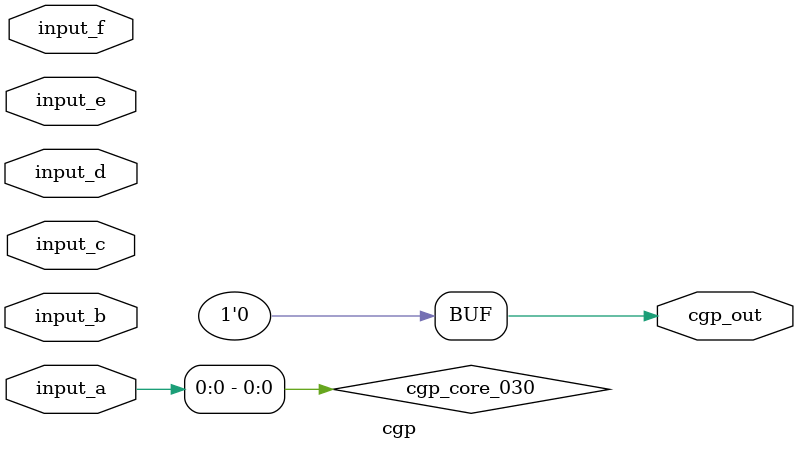
<source format=v>
module cgp(input [2:0] input_a, input [2:0] input_b, input [2:0] input_c, input [2:0] input_d, input [2:0] input_e, input [2:0] input_f, output [0:0] cgp_out);
  wire cgp_core_023;
  wire cgp_core_027;
  wire cgp_core_028;
  wire cgp_core_030;
  wire cgp_core_031;
  wire cgp_core_032;
  wire cgp_core_033;
  wire cgp_core_035;
  wire cgp_core_036_not;
  wire cgp_core_038;
  wire cgp_core_039;
  wire cgp_core_040;
  wire cgp_core_041;
  wire cgp_core_042;
  wire cgp_core_043;
  wire cgp_core_046;
  wire cgp_core_047;
  wire cgp_core_048;
  wire cgp_core_049;
  wire cgp_core_050;
  wire cgp_core_051;
  wire cgp_core_052;
  wire cgp_core_053;
  wire cgp_core_054;
  wire cgp_core_055;
  wire cgp_core_057;
  wire cgp_core_058_not;
  wire cgp_core_059;
  wire cgp_core_061;
  wire cgp_core_062;
  wire cgp_core_063;
  wire cgp_core_064;
  wire cgp_core_065;
  wire cgp_core_068;
  wire cgp_core_069;
  wire cgp_core_070;
  wire cgp_core_072;
  wire cgp_core_073;
  wire cgp_core_074;
  wire cgp_core_075;
  wire cgp_core_078;
  wire cgp_core_080;
  wire cgp_core_088;

  assign cgp_core_023 = input_a[1] & input_d[2];
  assign cgp_core_027 = ~input_a[0];
  assign cgp_core_028 = input_a[2] & input_d[1];
  assign cgp_core_030 = ~cgp_core_027;
  assign cgp_core_031 = input_a[1] | cgp_core_030;
  assign cgp_core_032 = ~input_c[0];
  assign cgp_core_033 = input_c[0] & input_d[0];
  assign cgp_core_035 = ~input_c[1];
  assign cgp_core_036_not = ~cgp_core_033;
  assign cgp_core_038 = input_c[0] | input_f[0];
  assign cgp_core_039 = input_c[2] ^ input_d[2];
  assign cgp_core_040 = input_c[2] & input_b[2];
  assign cgp_core_041 = ~(cgp_core_039 | input_a[1]);
  assign cgp_core_042 = cgp_core_039 & input_c[2];
  assign cgp_core_043 = ~(input_a[1] | input_e[0]);
  assign cgp_core_046 = input_e[1] ^ input_f[1];
  assign cgp_core_047 = input_e[1] & input_f[1];
  assign cgp_core_048 = cgp_core_046 ^ input_e[0];
  assign cgp_core_049 = cgp_core_046 & input_e[0];
  assign cgp_core_050 = cgp_core_047 | cgp_core_049;
  assign cgp_core_051 = input_e[2] ^ input_f[2];
  assign cgp_core_052 = input_e[2] & input_f[2];
  assign cgp_core_053 = cgp_core_051 ^ cgp_core_050;
  assign cgp_core_054 = ~input_b[1];
  assign cgp_core_055 = cgp_core_052 | cgp_core_054;
  assign cgp_core_057 = cgp_core_032 & input_e[0];
  assign cgp_core_058_not = ~cgp_core_048;
  assign cgp_core_059 = cgp_core_036_not & cgp_core_048;
  assign cgp_core_061 = ~cgp_core_058_not;
  assign cgp_core_062 = input_b[2] | cgp_core_061;
  assign cgp_core_063 = cgp_core_041 ^ cgp_core_053;
  assign cgp_core_064 = cgp_core_041 & cgp_core_053;
  assign cgp_core_065 = input_f[2] ^ cgp_core_062;
  assign cgp_core_068 = cgp_core_043 | input_d[1];
  assign cgp_core_069 = input_b[0] & input_f[2];
  assign cgp_core_070 = cgp_core_068 ^ input_f[1];
  assign cgp_core_072 = input_a[0] | cgp_core_068;
  assign cgp_core_073 = ~(cgp_core_072 & cgp_core_072);
  assign cgp_core_074 = ~cgp_core_072;
  assign cgp_core_075 = input_d[2] ^ cgp_core_070;
  assign cgp_core_078 = ~(input_b[0] ^ cgp_core_070);
  assign cgp_core_080 = ~cgp_core_065;
  assign cgp_core_088 = ~(input_a[0] | input_d[2]);

  assign cgp_out[0] = 1'b0;
endmodule
</source>
